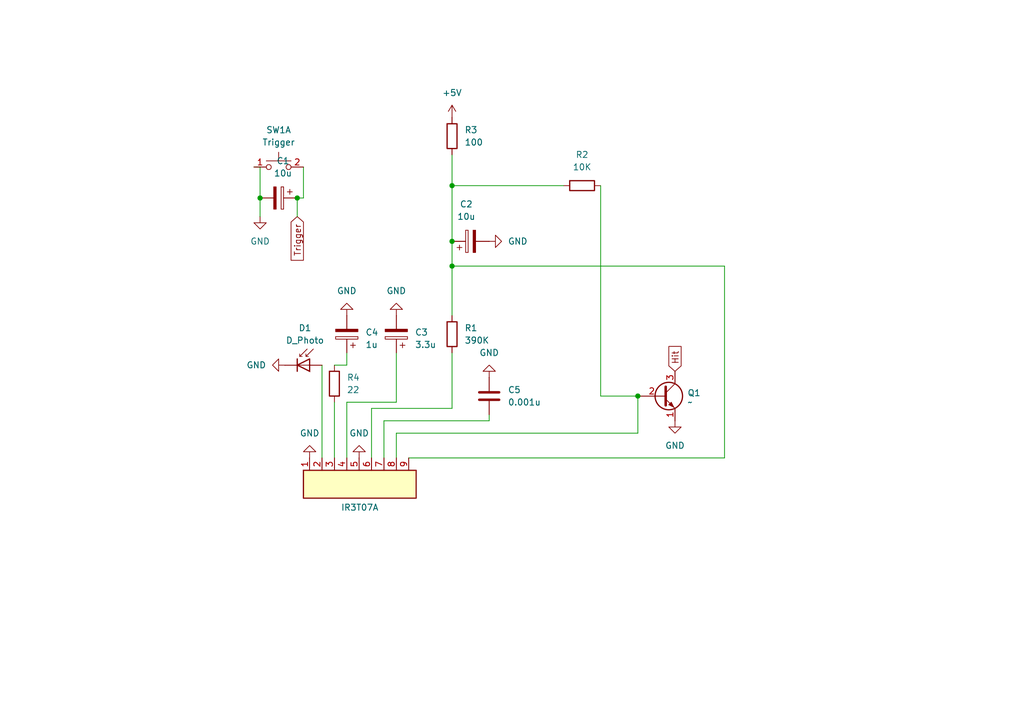
<source format=kicad_sch>
(kicad_sch (version 20231120) (generator "eeschema") (generator_version "8.0")
  (paper "A5")
  (lib_symbols
    (symbol "Device2:IR3T07A" (pin_names (offset 0) hide)
      (property "Value" "IR3T07A" (at 9.2456 -1.27 0))
      (symbol "IR3T07A_0_1"
        (rectangle (start -13.97 2.54) (end 9.144 -3.175) (stroke (width 0.254)) (fill (type background)))
      )
      (symbol "IR3T07A_1_0"
        (pin passive line (at 0 5.08 270) (length 2.54) (name "C5") (number "6"))
        (pin passive line (at 2.54 5.08 270) (length 2.54) (name "C6") (number "7"))
        (pin passive line (at 5.08 5.08 270) (length 2.54) (name "C7") (number "8"))
        (pin passive line (at 7.62 5.08 270) (length 2.54) (name "C8") (number "9"))
      )
      (symbol "IR3T07A_1_1"
        (pin passive line (at -12.7 5.08 270) (length 2.54) (name "common") (number "1"))
        (pin passive line (at -10.16 5.08 270) (length 2.54) (name "C1") (number "2"))
        (pin passive line (at -7.62 5.08 270) (length 2.54) (name "C2") (number "3"))
        (pin passive line (at -5.08 5.08 270) (length 2.54) (name "C3") (number "4"))
        (pin passive line (at -2.54 5.08 270) (length 2.54) (name "C4") (number "5"))
      )
    )
    (symbol "Device:C" (pin_numbers hide) (pin_names (offset 0.254))
      (property "Reference" "C" (at 0.635 2.54 0))
      (property "Value" "C" (at 0.635 -2.54 0))
      (symbol "C_0_1"
        (polyline (pts (xy -2.032 -0.762) (xy 2.032 -0.762)) (stroke (width 0.508)))
        (polyline (pts (xy -2.032 0.762) (xy 2.032 0.762)) (stroke (width 0.508)))
      )
      (symbol "C_1_1"
        (pin passive line (at 0 3.81 270) (length 2.794) (name "~") (number "1"))
        (pin passive line (at 0 -3.81 90) (length 2.794) (name "~") (number "2"))
      )
    )
    (symbol "Device:C_Polarized" (pin_numbers hide) (pin_names (offset 0.254))
      (property "Reference" "C" (at 0.635 2.54 0))
      (property "Value" "C_Polarized" (at 0.635 -2.54 0))
      (symbol "C_Polarized_0_1"
        (rectangle (start -2.286 0.508) (end 2.286 1.016))
        (polyline (pts (xy -1.778 2.286) (xy -0.762 2.286)))
        (polyline (pts (xy -1.27 2.794) (xy -1.27 1.778)))
        (rectangle (start 2.286 -0.508) (end -2.286 -1.016) (fill (type outline)))
      )
      (symbol "C_Polarized_1_1"
        (pin passive line (at 0 3.81 270) (length 2.794) (name "~") (number "1"))
        (pin passive line (at 0 -3.81 90) (length 2.794) (name "~") (number "2"))
      )
    )
    (symbol "Device:D_Photo" (pin_numbers hide) (pin_names hide)
      (property "Reference" "D" (at 0.508 1.778 0))
      (property "Value" "D_Photo" (at -1.016 -2.794 0))
      (symbol "D_Photo_0_1"
        (polyline (pts (xy -2.54 1.27) (xy -2.54 -1.27)) (stroke (width 0.254)))
        (polyline (pts (xy -2.032 1.778) (xy -1.524 1.778)))
        (polyline (pts (xy 0 0) (xy -2.54 0)))
        (polyline (pts (xy -0.508 3.302) (xy -2.032 1.778) (xy -2.032 2.286)))
        (polyline (pts (xy 0 -1.27) (xy 0 1.27) (xy -2.54 0) (xy 0 -1.27)) (stroke (width 0.254)))
        (polyline (pts (xy 0.762 3.302) (xy -0.762 1.778) (xy -0.762 2.286) (xy -0.762 1.778) (xy -0.254 1.778)))
      )
      (symbol "D_Photo_1_1"
        (pin passive line (at -5.08 0 0) (length 2.54) (name "K") (number "1"))
        (pin passive line (at 2.54 0 180) (length 2.54) (name "A") (number "2"))
      )
    )
    (symbol "Device:R" (pin_numbers hide) (pin_names (offset 0))
      (property "Reference" "R" (at 2.032 0 90))
      (property "Value" "R" (at 0 0 90))
      (symbol "R_0_1"
        (rectangle (start -1.016 -2.54) (end 1.016 2.54) (stroke (width 0.254)))
      )
      (symbol "R_1_1"
        (pin passive line (at 0 3.81 270) (length 1.27) (name "~") (number "1"))
        (pin passive line (at 0 -3.81 90) (length 1.27) (name "~") (number "2"))
      )
    )
    (symbol "Switch:SW_Push_Dual_x2" (pin_names (offset 1.016) hide)
      (property "Reference" "SW" (at 1.27 2.54 0))
      (property "Value" "SW_Push_Dual_x2" (at 0 -1.524 0))
      (symbol "SW_Push_Dual_x2_0_1"
        (circle (center -2.032 0) (radius 0.508))
        (polyline (pts (xy 0 1.27) (xy 0 3.048)))
        (polyline (pts (xy 2.54 1.27) (xy -2.54 1.27)))
        (circle (center 2.032 0) (radius 0.508))
      )
      (symbol "SW_Push_Dual_x2_1_1"
        (pin passive line (at -5.08 0 0) (length 2.54) (name "C") (number "1"))
        (pin passive line (at 5.08 0 180) (length 2.54) (name "D") (number "2"))
      )
      (symbol "SW_Push_Dual_x2_2_1"
        (pin passive line (at -5.08 0 0) (length 2.54) (name "C") (number "3"))
        (pin passive line (at 5.08 0 180) (length 2.54) (name "D") (number "4"))
      )
    )
    (symbol "Transistor_BJT:BC107" (pin_names (offset 0) hide)
      (property "Reference" "Q" (at 5.08 1.905 0))
      (property "Value" "BC107" (at 5.08 0 0))
      (symbol "BC107_0_1"
        (polyline (pts (xy 0.635 0.635) (xy 2.54 2.54)))
        (polyline (pts (xy 0.635 -0.635) (xy 2.54 -2.54) (xy 2.54 -2.54)))
        (polyline (pts (xy 0.635 1.905) (xy 0.635 -1.905) (xy 0.635 -1.905)) (stroke (width 0.508)))
        (polyline (pts (xy 1.27 -1.778) (xy 1.778 -1.27) (xy 2.286 -2.286) (xy 1.27 -1.778) (xy 1.27 -1.778)) (fill (type outline)))
        (circle (center 1.27 0) (radius 2.8194) (stroke (width 0.254)))
      )
      (symbol "BC107_1_1"
        (pin passive line (at 2.54 -5.08 90) (length 2.54) (name "E") (number "1"))
        (pin input line (at -5.08 0 0) (length 5.715) (name "B") (number "2"))
        (pin passive line (at 2.54 5.08 270) (length 2.54) (name "C") (number "3"))
      )
    )
    (symbol "power:+5V" (power) (pin_numbers hide) (pin_names (offset 0) hide)
      (property "Value" "+5V" (at 0 3.556 0))
      (symbol "+5V_0_1"
        (polyline (pts (xy -0.762 1.27) (xy 0 2.54)))
        (polyline (pts (xy 0 0) (xy 0 2.54)))
        (polyline (pts (xy 0 2.54) (xy 0.762 1.27)))
      )
      (symbol "+5V_1_1"
        (pin power_in line (at 0 0 90) (length 0) (name "~") (number "1"))
      )
    )
    (symbol "power:GND" (power) (pin_numbers hide) (pin_names (offset 0) hide)
      (property "Value" "GND" (at 0 -3.81 0))
      (symbol "GND_0_1"
        (polyline (pts (xy 0 0) (xy 0 -1.27) (xy 1.27 -1.27) (xy 0 -2.54) (xy -1.27 -1.27) (xy 0 -1.27)))
      )
      (symbol "GND_1_1"
        (pin power_in line (at 0 0 270) (length 0) (name "~") (number "1"))
      )
    )
  )
  (junction (at 60.96 40.64))
  (junction (at 92.71 38.1))
  (junction (at 53.34 40.64))
  (junction (at 92.71 54.61))
  (junction (at 130.81 81.28))
  (junction (at 92.71 49.53))
  (wire (pts (xy 81.28 88.9) (xy 130.81 88.9)))
  (wire (pts (xy 123.19 81.28) (xy 130.81 81.28)))
  (wire (pts (xy 92.71 54.61) (xy 92.71 64.77)))
  (wire (pts (xy 83.82 93.98) (xy 148.59 93.98)))
  (wire (pts (xy 81.28 82.55) (xy 81.28 72.39)))
  (wire (pts (xy 123.19 38.1) (xy 123.19 81.28)))
  (wire (pts (xy 76.2 83.82) (xy 92.71 83.82)))
  (wire (pts (xy 81.28 93.98) (xy 81.28 88.9)))
  (wire (pts (xy 78.74 93.98) (xy 78.74 86.36)))
  (wire (pts (xy 53.34 40.64) (xy 53.34 44.45)))
  (wire (pts (xy 52.07 34.29) (xy 53.34 34.29)))
  (wire (pts (xy 71.12 82.55) (xy 81.28 82.55)))
  (wire (pts (xy 130.81 88.9) (xy 130.81 81.28)))
  (wire (pts (xy 92.71 31.75) (xy 92.71 38.1)))
  (wire (pts (xy 78.74 86.36) (xy 100.33 86.36)))
  (wire (pts (xy 71.12 93.98) (xy 71.12 82.55)))
  (wire (pts (xy 92.71 49.53) (xy 92.71 54.61)))
  (wire (pts (xy 92.71 38.1) (xy 92.71 49.53)))
  (wire (pts (xy 148.59 93.98) (xy 148.59 54.61)))
  (wire (pts (xy 68.58 74.93) (xy 71.12 74.93)))
  (wire (pts (xy 66.04 74.93) (xy 66.04 93.98)))
  (wire (pts (xy 148.59 54.61) (xy 92.71 54.61)))
  (wire (pts (xy 62.23 40.64) (xy 60.96 40.64)))
  (wire (pts (xy 68.58 82.55) (xy 68.58 93.98)))
  (wire (pts (xy 76.2 93.98) (xy 76.2 83.82)))
  (wire (pts (xy 92.71 83.82) (xy 92.71 72.39)))
  (wire (pts (xy 100.33 86.36) (xy 100.33 85.09)))
  (wire (pts (xy 115.57 38.1) (xy 92.71 38.1)))
  (wire (pts (xy 53.34 40.64) (xy 53.34 34.29)))
  (wire (pts (xy 62.23 34.29) (xy 62.23 40.64)))
  (wire (pts (xy 60.96 40.64) (xy 60.96 44.45)))
  (wire (pts (xy 71.12 74.93) (xy 71.12 72.39)))
  (global_label "Hit" (shape input) (at 138.43 76.2 90) (property "Intersheetrefs" "${INTERSHEET_REFS}" (effects (hide yes))))
  (global_label "Trigger" (shape input) (at 60.96 44.45 270) (property "Intersheetrefs" "${INTERSHEET_REFS}" (effects (hide yes))))
  (symbol (lib_id "power:GND") (at 71.12 64.77 180) (unit 1)
    (property "Reference" "#PWR4" (effects (hide yes)))
    (property "Value" "GND" (at 71.12 59.69 0))
    (property "Description" "Power symbol creates a global label with name \"GND\" , ground" (effects (hide yes)))
  )
  (symbol (lib_id "Device:D_Photo") (at 63.5 74.93 0) (unit 1)
    (property "Reference" "D1" (at 62.5475 67.31 0))
    (property "Value" "D_Photo" (at 62.5475 69.85 0))
    (property "Description" "Photodiode" (effects (hide yes)))
  )
  (symbol (lib_id "Device:C_Polarized") (at 81.28 68.58 180) (unit 1)
    (property "Reference" "C3" (at 85.09 68.1989 0) (effects (justify right)))
    (property "Value" "3.3u" (at 85.09 70.7389 0) (effects (justify right)))
    (property "Description" "Polarized capacitor" (effects (hide yes)))
  )
  (symbol (lib_id "Transistor_BJT:BC107") (at 135.89 81.28 0) (unit 1)
    (property "Reference" "Q1" (at 140.97 80.6449 0) (effects (justify left)))
    (property "Value" "~" (at 140.97 82.55 0) (effects (justify left)))
    (property "Footprint" "Package_TO_SOT_THT:TO-18-3" (effects (hide yes)))
    (property "Datasheet" "http://www.b-kainka.de/Daten/Transistor/BC108.pdf" (effects (hide yes)))
    (property "Description" "0.1A Ic, 50V Vce, Low Noise General Purpose NPN Transistor, TO-18" (effects (hide yes)))
  )
  (symbol (lib_id "Switch:SW_Push_Dual_x2") (at 57.15 34.29 0) (unit 1)
    (property "Reference" "SW1" (at 57.15 26.67 0))
    (property "Value" "Trigger" (at 57.15 29.21 0))
    (property "Description" "Push button switch, generic, separate symbols, four pins" (effects (hide yes)))
  )
  (symbol (lib_id "power:GND") (at 58.42 74.93 270) (unit 1)
    (property "Reference" "#PWR3" (effects (hide yes)))
    (property "Value" "GND" (at 54.61 74.9299 90) (effects (justify right)))
    (property "Description" "Power symbol creates a global label with name \"GND\" , ground" (effects (hide yes)))
  )
  (symbol (lib_id "Device:R") (at 68.58 78.74 0) (unit 1)
    (property "Reference" "R4" (at 71.12 77.4699 0) (effects (justify left)))
    (property "Value" "22" (at 71.12 80.0099 0) (effects (justify left)))
    (property "Description" "Resistor" (effects (hide yes)))
  )
  (symbol (lib_id "power:GND") (at 100.33 49.53 90) (unit 1)
    (property "Reference" "#PWR8" (effects (hide yes)))
    (property "Value" "GND" (at 104.14 49.5299 90) (effects (justify right)))
    (property "Description" "Power symbol creates a global label with name \"GND\" , ground" (effects (hide yes)))
  )
  (symbol (lib_id "power:GND") (at 63.5 93.98 180) (unit 1)
    (property "Reference" "#PWR1" (effects (hide yes)))
    (property "Value" "GND" (at 63.5 88.9 0))
    (property "Description" "Power symbol creates a global label with name \"GND\" , ground" (effects (hide yes)))
  )
  (symbol (lib_id "power:GND") (at 138.43 86.36 0) (unit 1)
    (property "Reference" "#PWR9" (effects (hide yes)))
    (property "Value" "GND" (at 138.43 91.44 0))
    (property "Description" "Power symbol creates a global label with name \"GND\" , ground" (effects (hide yes)))
  )
  (symbol (lib_id "Device:C") (at 100.33 81.28 0) (unit 1)
    (property "Reference" "C5" (at 104.14 80.0099 0) (effects (justify left)))
    (property "Value" "0.001u" (at 104.14 82.5499 0) (effects (justify left)))
    (property "Description" "Unpolarized capacitor" (effects (hide yes)))
  )
  (symbol (lib_id "Device:C_Polarized") (at 57.15 40.64 270) (unit 1)
    (property "Reference" "C1" (at 58.039 33.02 90))
    (property "Value" "10u" (at 58.039 35.56 90))
    (property "Description" "Polarized capacitor" (effects (hide yes)))
  )
  (symbol (lib_id "Device:R") (at 92.71 27.94 0) (unit 1)
    (property "Reference" "R3" (at 95.25 26.6699 0) (effects (justify left)))
    (property "Value" "100" (at 95.25 29.2099 0) (effects (justify left)))
    (property "Description" "Resistor" (effects (hide yes)))
  )
  (symbol (lib_id "power:GND") (at 73.66 93.98 180) (unit 1)
    (property "Reference" "#PWR2" (effects (hide yes)))
    (property "Value" "GND" (at 73.66 88.9 0))
    (property "Description" "Power symbol creates a global label with name \"GND\" , ground" (effects (hide yes)))
  )
  (symbol (lib_id "power:GND") (at 53.34 44.45 0) (unit 1)
    (property "Reference" "#PWR10" (effects (hide yes)))
    (property "Value" "GND" (at 53.34 49.53 0))
    (property "Description" "Power symbol creates a global label with name \"GND\" , ground" (effects (hide yes)))
  )
  (symbol (lib_id "Device:C_Polarized") (at 96.52 49.53 90) (unit 1)
    (property "Reference" "C2" (at 95.631 41.91 90))
    (property "Value" "10u" (at 95.631 44.45 90))
    (property "Description" "Polarized capacitor" (effects (hide yes)))
  )
  (symbol (lib_id "Device:C_Polarized") (at 71.12 68.58 180) (unit 1)
    (property "Reference" "C4" (at 74.93 68.1989 0) (effects (justify right)))
    (property "Value" "1u" (at 74.93 70.7389 0) (effects (justify right)))
    (property "Description" "Polarized capacitor" (effects (hide yes)))
  )
  (symbol (lib_id "power:GND") (at 100.33 77.47 180) (unit 1)
    (property "Reference" "#PWR7" (effects (hide yes)))
    (property "Value" "GND" (at 100.33 72.39 0))
    (property "Description" "Power symbol creates a global label with name \"GND\" , ground" (effects (hide yes)))
  )
  (symbol (lib_id "power:GND") (at 81.28 64.77 180) (unit 1)
    (property "Reference" "#PWR5" (effects (hide yes)))
    (property "Value" "GND" (at 81.28 59.69 0))
    (property "Description" "Power symbol creates a global label with name \"GND\" , ground" (effects (hide yes)))
  )
  (symbol (lib_id "Device2:IR3T07A") (at 76.2 99.06 0) (unit 1)
    (property "Reference" "IR1" (effects (hide yes)))
    (property "Value" "IR3T07A" (at 73.787 104.14 0))
  )
  (symbol (lib_id "Device:R") (at 92.71 68.58 0) (unit 1)
    (property "Reference" "R1" (at 95.25 67.3099 0) (effects (justify left)))
    (property "Value" "390K" (at 95.25 69.8499 0) (effects (justify left)))
    (property "Description" "Resistor" (effects (hide yes)))
  )
  (symbol (lib_id "power:+5V") (at 92.71 24.13 0) (unit 1)
    (property "Reference" "#PWR6" (effects (hide yes)))
    (property "Value" "+5V" (at 92.71 19.05 0))
    (property "Description" "Power symbol creates a global label with name \"+5V\"" (effects (hide yes)))
  )
  (symbol (lib_id "Device:R") (at 119.38 38.1 90) (unit 1)
    (property "Reference" "R2" (at 119.38 31.75 90))
    (property "Value" "10K" (at 119.38 34.29 90))
    (property "Description" "Resistor" (effects (hide yes)))
  )
)
</source>
